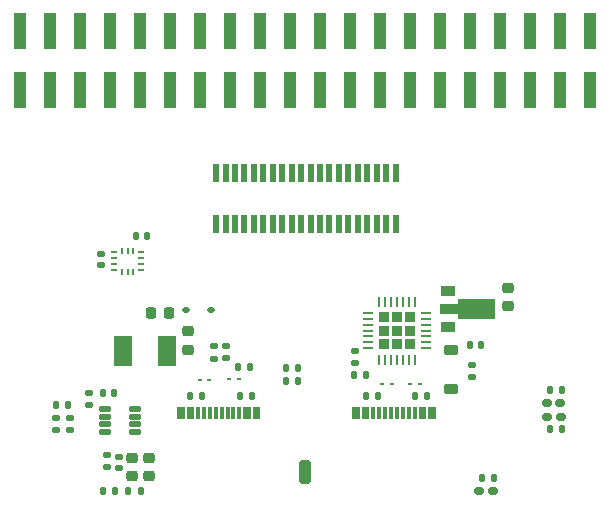
<source format=gbr>
%TF.GenerationSoftware,KiCad,Pcbnew,(7.0.0)*%
%TF.CreationDate,2023-04-20T14:35:00+08:00*%
%TF.ProjectId,Expansion,45787061-6e73-4696-9f6e-2e6b69636164,rev?*%
%TF.SameCoordinates,Original*%
%TF.FileFunction,Paste,Top*%
%TF.FilePolarity,Positive*%
%FSLAX46Y46*%
G04 Gerber Fmt 4.6, Leading zero omitted, Abs format (unit mm)*
G04 Created by KiCad (PCBNEW (7.0.0)) date 2023-04-20 14:35:00*
%MOMM*%
%LPD*%
G01*
G04 APERTURE LIST*
G04 Aperture macros list*
%AMRoundRect*
0 Rectangle with rounded corners*
0 $1 Rounding radius*
0 $2 $3 $4 $5 $6 $7 $8 $9 X,Y pos of 4 corners*
0 Add a 4 corners polygon primitive as box body*
4,1,4,$2,$3,$4,$5,$6,$7,$8,$9,$2,$3,0*
0 Add four circle primitives for the rounded corners*
1,1,$1+$1,$2,$3*
1,1,$1+$1,$4,$5*
1,1,$1+$1,$6,$7*
1,1,$1+$1,$8,$9*
0 Add four rect primitives between the rounded corners*
20,1,$1+$1,$2,$3,$4,$5,0*
20,1,$1+$1,$4,$5,$6,$7,0*
20,1,$1+$1,$6,$7,$8,$9,0*
20,1,$1+$1,$8,$9,$2,$3,0*%
%AMFreePoly0*
4,1,9,3.862500,-0.866500,0.737500,-0.866500,0.737500,-0.450000,-0.737500,-0.450000,-0.737500,0.450000,0.737500,0.450000,0.737500,0.866500,3.862500,0.866500,3.862500,-0.866500,3.862500,-0.866500,$1*%
G04 Aperture macros list end*
%ADD10RoundRect,0.112500X-0.187500X-0.112500X0.187500X-0.112500X0.187500X0.112500X-0.187500X0.112500X0*%
%ADD11RoundRect,0.135000X0.185000X-0.135000X0.185000X0.135000X-0.185000X0.135000X-0.185000X-0.135000X0*%
%ADD12RoundRect,0.135000X-0.135000X-0.185000X0.135000X-0.185000X0.135000X0.185000X-0.135000X0.185000X0*%
%ADD13RoundRect,0.140000X-0.170000X0.140000X-0.170000X-0.140000X0.170000X-0.140000X0.170000X0.140000X0*%
%ADD14RoundRect,0.140000X0.140000X0.170000X-0.140000X0.170000X-0.140000X-0.170000X0.140000X-0.170000X0*%
%ADD15R,0.475000X0.250000*%
%ADD16R,0.250000X0.475000*%
%ADD17RoundRect,0.160000X-0.222500X-0.160000X0.222500X-0.160000X0.222500X0.160000X-0.222500X0.160000X0*%
%ADD18RoundRect,0.250000X-0.250000X-0.750000X0.250000X-0.750000X0.250000X0.750000X-0.250000X0.750000X0*%
%ADD19RoundRect,0.225000X-0.225000X-0.225000X0.225000X-0.225000X0.225000X0.225000X-0.225000X0.225000X0*%
%ADD20RoundRect,0.062500X-0.337500X-0.062500X0.337500X-0.062500X0.337500X0.062500X-0.337500X0.062500X0*%
%ADD21RoundRect,0.062500X-0.062500X-0.337500X0.062500X-0.337500X0.062500X0.337500X-0.062500X0.337500X0*%
%ADD22R,0.300000X1.140000*%
%ADD23RoundRect,0.140000X-0.140000X-0.170000X0.140000X-0.170000X0.140000X0.170000X-0.140000X0.170000X0*%
%ADD24RoundRect,0.135000X0.135000X0.185000X-0.135000X0.185000X-0.135000X-0.185000X0.135000X-0.185000X0*%
%ADD25R,1.500000X2.500000*%
%ADD26RoundRect,0.135000X-0.185000X0.135000X-0.185000X-0.135000X0.185000X-0.135000X0.185000X0.135000X0*%
%ADD27RoundRect,0.225000X-0.375000X0.225000X-0.375000X-0.225000X0.375000X-0.225000X0.375000X0.225000X0*%
%ADD28RoundRect,0.140000X0.170000X-0.140000X0.170000X0.140000X-0.170000X0.140000X-0.170000X-0.140000X0*%
%ADD29RoundRect,0.062500X-0.117500X-0.062500X0.117500X-0.062500X0.117500X0.062500X-0.117500X0.062500X0*%
%ADD30RoundRect,0.225000X-0.250000X0.225000X-0.250000X-0.225000X0.250000X-0.225000X0.250000X0.225000X0*%
%ADD31RoundRect,0.225000X0.250000X-0.225000X0.250000X0.225000X-0.250000X0.225000X-0.250000X-0.225000X0*%
%ADD32R,0.550000X1.550000*%
%ADD33RoundRect,0.062500X0.117500X0.062500X-0.117500X0.062500X-0.117500X-0.062500X0.117500X-0.062500X0*%
%ADD34R,1.300000X0.900000*%
%ADD35FreePoly0,0.000000*%
%ADD36R,1.000000X3.150000*%
%ADD37RoundRect,0.125000X0.400000X0.125000X-0.400000X0.125000X-0.400000X-0.125000X0.400000X-0.125000X0*%
%ADD38RoundRect,0.125000X0.395000X0.125000X-0.395000X0.125000X-0.395000X-0.125000X0.395000X-0.125000X0*%
%ADD39RoundRect,0.125000X0.394999X0.125000X-0.394999X0.125000X-0.394999X-0.125000X0.394999X-0.125000X0*%
%ADD40RoundRect,0.125000X0.405000X0.125000X-0.405000X0.125000X-0.405000X-0.125000X0.405000X-0.125000X0*%
%ADD41RoundRect,0.125000X0.410000X0.125000X-0.410000X0.125000X-0.410000X-0.125000X0.410000X-0.125000X0*%
%ADD42RoundRect,0.225000X-0.225000X-0.250000X0.225000X-0.250000X0.225000X0.250000X-0.225000X0.250000X0*%
G04 APERTURE END LIST*
D10*
%TO.C,D1*%
X126875000Y-93250000D03*
X128975000Y-93250000D03*
%TD*%
D11*
%TO.C,R4*%
X117050000Y-103410000D03*
X117050000Y-102390000D03*
%TD*%
D12*
%TO.C,R7*%
X131240000Y-98025000D03*
X132260000Y-98025000D03*
%TD*%
D11*
%TO.C,R20*%
X129250000Y-97319999D03*
X129250000Y-96299999D03*
%TD*%
D13*
%TO.C,C8*%
X141150000Y-96700000D03*
X141150000Y-97660000D03*
%TD*%
D14*
%TO.C,C9*%
X123570000Y-86970000D03*
X122610000Y-86970000D03*
%TD*%
D15*
%TO.C,U5*%
X123072499Y-89839999D03*
X123072499Y-89339999D03*
X123072499Y-88839999D03*
X123072499Y-88339999D03*
D16*
X122409999Y-88177499D03*
X121909999Y-88177499D03*
X121409999Y-88177499D03*
D15*
X120747499Y-88339999D03*
X120747499Y-88839999D03*
X120747499Y-89339999D03*
X120747499Y-89839999D03*
D16*
X121409999Y-90002499D03*
X121909999Y-90002499D03*
X122409999Y-90002499D03*
%TD*%
D17*
%TO.C,D7*%
X157416434Y-101050000D03*
X158561434Y-101050000D03*
%TD*%
D18*
%TO.C,J3*%
X136910000Y-106900000D03*
%TD*%
D19*
%TO.C,U4*%
X143605000Y-93835000D03*
X143605000Y-94955000D03*
X143605000Y-96075000D03*
X144725000Y-93835000D03*
X144725000Y-94955000D03*
X144725000Y-96075000D03*
X145845000Y-93835000D03*
X145845000Y-94955000D03*
X145845000Y-96075000D03*
D20*
X142275000Y-93455000D03*
X142275000Y-93955000D03*
X142275000Y-94455000D03*
X142275000Y-94955000D03*
X142275000Y-95455000D03*
X142275000Y-95955000D03*
X142275000Y-96455000D03*
D21*
X143225000Y-97405000D03*
X143725000Y-97405000D03*
X144225000Y-97405000D03*
X144725000Y-97405000D03*
X145225000Y-97405000D03*
X145725000Y-97405000D03*
X146225000Y-97405000D03*
D20*
X147175000Y-96455000D03*
X147175000Y-95955000D03*
X147175000Y-95455000D03*
X147175000Y-94955000D03*
X147175000Y-94455000D03*
X147175000Y-93955000D03*
X147175000Y-93455000D03*
D21*
X146225000Y-92505000D03*
X145725000Y-92505000D03*
X145225000Y-92505000D03*
X144725000Y-92505000D03*
X144225000Y-92505000D03*
X143725000Y-92505000D03*
X143225000Y-92505000D03*
%TD*%
D12*
%TO.C,R5*%
X115855000Y-101250000D03*
X116875000Y-101250000D03*
%TD*%
%TO.C,R8*%
X141115000Y-98730000D03*
X142135000Y-98730000D03*
%TD*%
D22*
%TO.C,U3*%
X126274999Y-101954999D03*
X127074999Y-101954999D03*
X128374999Y-101954999D03*
X129374999Y-101954999D03*
X129874999Y-101954999D03*
X130874999Y-101954999D03*
X132174999Y-101954999D03*
X132974999Y-101954999D03*
X132674999Y-101954999D03*
X131874999Y-101954999D03*
X131374999Y-101954999D03*
X130374999Y-101954999D03*
X128874999Y-101954999D03*
X127874999Y-101954999D03*
X127374999Y-101954999D03*
X126574999Y-101954999D03*
%TD*%
D12*
%TO.C,R18*%
X135340000Y-99200000D03*
X136360000Y-99200000D03*
%TD*%
D23*
%TO.C,C1*%
X119845000Y-100275000D03*
X120805000Y-100275000D03*
%TD*%
D12*
%TO.C,R15*%
X157653934Y-103300000D03*
X158673934Y-103300000D03*
%TD*%
D24*
%TO.C,R3*%
X123010000Y-108550000D03*
X121990000Y-108550000D03*
%TD*%
D25*
%TO.C,L1*%
X121549999Y-96674999D03*
X125249999Y-96674999D03*
%TD*%
D26*
%TO.C,R13*%
X151100000Y-97874999D03*
X151100000Y-98894999D03*
%TD*%
D12*
%TO.C,R10*%
X146263375Y-100523375D03*
X147283375Y-100523375D03*
%TD*%
D27*
%TO.C,D6*%
X149275000Y-96575000D03*
X149275000Y-99875000D03*
%TD*%
D28*
%TO.C,C10*%
X119690000Y-89390000D03*
X119690000Y-88430000D03*
%TD*%
D29*
%TO.C,D2*%
X144270875Y-99473375D03*
X143430875Y-99473375D03*
%TD*%
%TO.C,D3*%
X128845000Y-99100000D03*
X128005000Y-99100000D03*
%TD*%
D30*
%TO.C,C2*%
X127000000Y-95025000D03*
X127000000Y-96575000D03*
%TD*%
D31*
%TO.C,C14*%
X154100000Y-92900000D03*
X154100000Y-91350000D03*
%TD*%
D24*
%TO.C,R11*%
X128219999Y-100525000D03*
X127199999Y-100525000D03*
%TD*%
D30*
%TO.C,C4*%
X123750000Y-105750000D03*
X123750000Y-107300000D03*
%TD*%
D17*
%TO.C,D9*%
X151697500Y-108510000D03*
X152842500Y-108510000D03*
%TD*%
D32*
%TO.C,j1*%
X129409999Y-85919999D03*
X129409999Y-81619999D03*
X130209999Y-85919999D03*
X130209999Y-81619999D03*
X131009999Y-85919999D03*
X131009999Y-81619999D03*
X131809999Y-85919999D03*
X131809999Y-81619999D03*
X132609999Y-85919999D03*
X132609999Y-81619999D03*
X133409999Y-85919999D03*
X133409999Y-81619999D03*
X134209999Y-85919999D03*
X134209999Y-81619999D03*
X135009999Y-85919999D03*
X135009999Y-81619999D03*
X135809999Y-85919999D03*
X135809999Y-81619999D03*
X136609999Y-85919999D03*
X136609999Y-81619999D03*
X137409999Y-85919999D03*
X137409999Y-81619999D03*
X138209999Y-85919999D03*
X138209999Y-81619999D03*
X139009999Y-85919999D03*
X139009999Y-81619999D03*
X139809999Y-85919999D03*
X139809999Y-81619999D03*
X140609999Y-81619999D03*
X140609999Y-85919999D03*
X141409999Y-81619999D03*
X141409999Y-85919999D03*
X142209999Y-81619999D03*
X142209999Y-85919999D03*
X143009999Y-81619999D03*
X143009999Y-85919999D03*
X143809999Y-81619999D03*
X143809999Y-85919999D03*
X144609999Y-81619999D03*
X144609999Y-85919999D03*
%TD*%
D12*
%TO.C,R12*%
X131440000Y-100525000D03*
X132460000Y-100525000D03*
%TD*%
D26*
%TO.C,R2*%
X120175000Y-105515000D03*
X120175000Y-106535000D03*
%TD*%
D12*
%TO.C,R22*%
X151905002Y-107472235D03*
X152925002Y-107472235D03*
%TD*%
D24*
%TO.C,R19*%
X136360000Y-98125000D03*
X135340000Y-98125000D03*
%TD*%
D26*
%TO.C,R6*%
X115875000Y-102390000D03*
X115875000Y-103410000D03*
%TD*%
D12*
%TO.C,R14*%
X157638933Y-100025000D03*
X158658933Y-100025000D03*
%TD*%
D33*
%TO.C,D5*%
X130530000Y-99075000D03*
X131370000Y-99075000D03*
%TD*%
D23*
%TO.C,C13*%
X150895000Y-96150000D03*
X151855000Y-96150000D03*
%TD*%
D34*
%TO.C,U6*%
X149074999Y-91624999D03*
D35*
X149162500Y-93125000D03*
D34*
X149074999Y-94624999D03*
%TD*%
D36*
%TO.C,J2*%
X112844999Y-74625000D03*
X112844999Y-69575000D03*
X115384999Y-74625000D03*
X115384999Y-69575000D03*
X117924999Y-74625000D03*
X117924999Y-69575000D03*
X120464999Y-74625000D03*
X120464999Y-69575000D03*
X123004999Y-74625000D03*
X123004999Y-69575000D03*
X125544999Y-74625000D03*
X125544999Y-69575000D03*
X128084999Y-74625000D03*
X128084999Y-69575000D03*
X130624999Y-74625000D03*
X130624999Y-69575000D03*
X133164999Y-74625000D03*
X133164999Y-69575000D03*
X135704999Y-74625000D03*
X135704999Y-69575000D03*
X138244999Y-74625000D03*
X138244999Y-69575000D03*
X140784999Y-74625000D03*
X140784999Y-69575000D03*
X143324999Y-74625000D03*
X143324999Y-69575000D03*
X145864999Y-74625000D03*
X145864999Y-69575000D03*
X148404999Y-74625000D03*
X148404999Y-69575000D03*
X150944999Y-74625000D03*
X150944999Y-69575000D03*
X153484999Y-74625000D03*
X153484999Y-69575000D03*
X156024999Y-74625000D03*
X156024999Y-69575000D03*
X158564999Y-74625000D03*
X158564999Y-69575000D03*
X161104999Y-74625000D03*
X161104999Y-69575000D03*
%TD*%
D22*
%TO.C,U2*%
X141116624Y-101958374D03*
X141916624Y-101958374D03*
X143216624Y-101958374D03*
X144216624Y-101958374D03*
X144716624Y-101958374D03*
X145716624Y-101958374D03*
X147016624Y-101958374D03*
X147816624Y-101958374D03*
X147516624Y-101958374D03*
X146716624Y-101958374D03*
X146216624Y-101958374D03*
X145216624Y-101958374D03*
X143716624Y-101958374D03*
X142716624Y-101958374D03*
X142216624Y-101958374D03*
X141416624Y-101958374D03*
%TD*%
D24*
%TO.C,R9*%
X143098376Y-100523375D03*
X142078376Y-100523375D03*
%TD*%
D11*
%TO.C,R21*%
X130250000Y-97310000D03*
X130250000Y-96290000D03*
%TD*%
D33*
%TO.C,D4*%
X145796625Y-99498375D03*
X146636625Y-99498375D03*
%TD*%
D14*
%TO.C,C7*%
X120830000Y-108550000D03*
X119870000Y-108550000D03*
%TD*%
D11*
%TO.C,R1*%
X118625000Y-101285000D03*
X118625000Y-100265000D03*
%TD*%
D13*
%TO.C,C6*%
X121150000Y-105670000D03*
X121150000Y-106630000D03*
%TD*%
D37*
%TO.C,U1*%
X122575000Y-103550000D03*
D38*
X122580000Y-102900000D03*
X122580000Y-102250000D03*
D39*
X122579999Y-101600000D03*
D40*
X120030000Y-101600000D03*
D41*
X120035000Y-102250000D03*
X120035000Y-102900000D03*
X120035000Y-103550000D03*
%TD*%
D30*
%TO.C,C5*%
X122300000Y-105750000D03*
X122300000Y-107300000D03*
%TD*%
D42*
%TO.C,C3*%
X123900000Y-93475000D03*
X125450000Y-93475000D03*
%TD*%
D17*
%TO.C,D8*%
X157441434Y-102250002D03*
X158586434Y-102250002D03*
%TD*%
M02*

</source>
